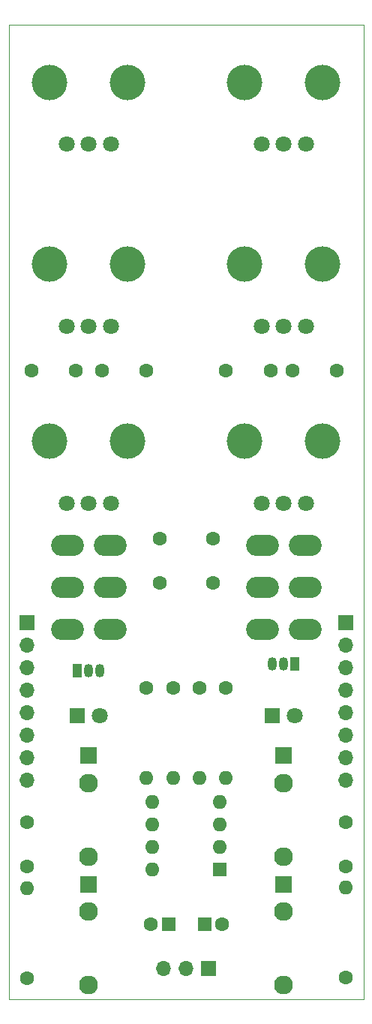
<source format=gbs>
G04 #@! TF.GenerationSoftware,KiCad,Pcbnew,(6.0.0)*
G04 #@! TF.CreationDate,2022-07-07T19:59:41+01:00*
G04 #@! TF.ProjectId,Snare+Hihat,536e6172-652b-4486-9968-61742e6b6963,rev?*
G04 #@! TF.SameCoordinates,Original*
G04 #@! TF.FileFunction,Soldermask,Bot*
G04 #@! TF.FilePolarity,Negative*
%FSLAX46Y46*%
G04 Gerber Fmt 4.6, Leading zero omitted, Abs format (unit mm)*
G04 Created by KiCad (PCBNEW (6.0.0)) date 2022-07-07 19:59:41*
%MOMM*%
%LPD*%
G01*
G04 APERTURE LIST*
G04 #@! TA.AperFunction,Profile*
%ADD10C,0.050000*%
G04 #@! TD*
%ADD11R,1.800000X1.800000*%
%ADD12C,1.800000*%
%ADD13C,1.600000*%
%ADD14R,1.600000X1.600000*%
%ADD15R,1.930000X1.830000*%
%ADD16C,2.130000*%
%ADD17C,4.000000*%
%ADD18R,1.050000X1.500000*%
%ADD19O,1.050000X1.500000*%
%ADD20O,1.600000X1.600000*%
%ADD21R,1.700000X1.700000*%
%ADD22O,1.700000X1.700000*%
%ADD23O,3.700000X2.400000*%
G04 APERTURE END LIST*
D10*
X51000000Y-29500000D02*
X51000000Y-139500000D01*
X51000000Y-139500000D02*
X91000000Y-139500000D01*
X90999999Y-29500000D02*
X91000000Y-139500000D01*
X51000000Y-29500000D02*
X90999999Y-29500000D01*
D11*
X80725000Y-107500000D03*
D12*
X83265000Y-107500000D03*
D13*
X58500000Y-68500000D03*
X53500000Y-68500000D03*
X68000000Y-87500000D03*
X68000000Y-92500000D03*
X53000000Y-119500000D03*
X53000000Y-124500000D03*
X61500000Y-68500000D03*
X66500000Y-68500000D03*
X89000000Y-119500000D03*
X89000000Y-124500000D03*
D14*
X69000000Y-131000000D03*
D13*
X67000000Y-131000000D03*
X74000000Y-87500000D03*
X74000000Y-92500000D03*
D14*
X73044888Y-131000000D03*
D13*
X75044888Y-131000000D03*
D15*
X60000000Y-112000000D03*
D16*
X60000000Y-123400000D03*
X60000000Y-115100000D03*
D17*
X64400000Y-36000000D03*
X55600000Y-36000000D03*
D12*
X62500000Y-43000000D03*
X60000000Y-43000000D03*
X57500000Y-43000000D03*
D11*
X58725000Y-107500000D03*
D12*
X61265000Y-107500000D03*
D15*
X60000000Y-126500000D03*
D16*
X60000000Y-137900000D03*
X60000000Y-129600000D03*
D18*
X58730000Y-102360000D03*
D19*
X60000000Y-102360000D03*
X61270000Y-102360000D03*
D18*
X83270000Y-101640000D03*
D19*
X82000000Y-101640000D03*
X80730000Y-101640000D03*
D15*
X82000000Y-126500000D03*
D16*
X82000000Y-137900000D03*
X82000000Y-129600000D03*
D13*
X80500000Y-68500000D03*
X75500000Y-68500000D03*
X83000000Y-68500000D03*
X88000000Y-68500000D03*
D14*
X74800000Y-124800000D03*
D20*
X74800000Y-122260000D03*
X74800000Y-119720000D03*
X74800000Y-117180000D03*
X67180000Y-117180000D03*
X67180000Y-119720000D03*
X67180000Y-122260000D03*
X67180000Y-124800000D03*
D21*
X73525000Y-135975000D03*
D22*
X70985000Y-135975000D03*
X68445000Y-135975000D03*
D21*
X53000000Y-96960000D03*
D22*
X53000000Y-99500000D03*
X53000000Y-102040000D03*
X53000000Y-104580000D03*
X53000000Y-107120000D03*
X53000000Y-109660000D03*
X53000000Y-112200000D03*
X53000000Y-114740000D03*
D21*
X89000000Y-96960000D03*
D22*
X89000000Y-99500000D03*
X89000000Y-102040000D03*
X89000000Y-104580000D03*
X89000000Y-107120000D03*
X89000000Y-109660000D03*
X89000000Y-112200000D03*
X89000000Y-114740000D03*
D13*
X53000000Y-137080000D03*
D20*
X53000000Y-126920000D03*
D13*
X66500000Y-104340000D03*
D20*
X66500000Y-114500000D03*
D17*
X64400000Y-76500000D03*
X55600000Y-76500000D03*
D12*
X62500000Y-83500000D03*
X60000000Y-83500000D03*
X57500000Y-83500000D03*
D23*
X57600000Y-88300000D03*
X57600000Y-93000000D03*
X57600000Y-97700000D03*
X62400000Y-88300000D03*
X62400000Y-93000000D03*
X62400000Y-97700000D03*
D13*
X89000000Y-137000000D03*
D20*
X89000000Y-126840000D03*
D23*
X79600000Y-88300000D03*
X79600000Y-93000000D03*
X79600000Y-97700000D03*
X84400000Y-88300000D03*
X84400000Y-93000000D03*
X84400000Y-97700000D03*
D15*
X82000000Y-112000000D03*
D16*
X82000000Y-123400000D03*
X82000000Y-115100000D03*
D17*
X86400000Y-76500000D03*
X77600000Y-76500000D03*
D12*
X84500000Y-83500000D03*
X82000000Y-83500000D03*
X79500000Y-83500000D03*
D17*
X86400000Y-56550000D03*
X77600000Y-56550000D03*
D12*
X84500000Y-63550000D03*
X82000000Y-63550000D03*
X79500000Y-63550000D03*
D17*
X55600000Y-56550000D03*
X64400000Y-56550000D03*
D12*
X62500000Y-63550000D03*
X60000000Y-63550000D03*
X57500000Y-63550000D03*
D13*
X69500000Y-104340000D03*
D20*
X69500000Y-114500000D03*
D13*
X72500000Y-104340000D03*
D20*
X72500000Y-114500000D03*
D13*
X75500000Y-104340000D03*
D20*
X75500000Y-114500000D03*
D17*
X86400000Y-36000000D03*
X77600000Y-36000000D03*
D12*
X84500000Y-43000000D03*
X82000000Y-43000000D03*
X79500000Y-43000000D03*
M02*

</source>
